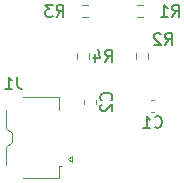
<source format=gbr>
G04 #@! TF.GenerationSoftware,KiCad,Pcbnew,8.0.3*
G04 #@! TF.CreationDate,2024-06-15T19:26:40-05:00*
G04 #@! TF.ProjectId,Encoder Board,456e636f-6465-4722-9042-6f6172642e6b,0*
G04 #@! TF.SameCoordinates,Original*
G04 #@! TF.FileFunction,Legend,Bot*
G04 #@! TF.FilePolarity,Positive*
%FSLAX46Y46*%
G04 Gerber Fmt 4.6, Leading zero omitted, Abs format (unit mm)*
G04 Created by KiCad (PCBNEW 8.0.3) date 2024-06-15 19:26:40*
%MOMM*%
%LPD*%
G01*
G04 APERTURE LIST*
%ADD10C,0.160000*%
%ADD11C,0.120000*%
G04 APERTURE END LIST*
D10*
X125333333Y-111454299D02*
X125333333Y-112168584D01*
X125333333Y-112168584D02*
X125380952Y-112311441D01*
X125380952Y-112311441D02*
X125476190Y-112406680D01*
X125476190Y-112406680D02*
X125619047Y-112454299D01*
X125619047Y-112454299D02*
X125714285Y-112454299D01*
X124333333Y-112454299D02*
X124904761Y-112454299D01*
X124619047Y-112454299D02*
X124619047Y-111454299D01*
X124619047Y-111454299D02*
X124714285Y-111597156D01*
X124714285Y-111597156D02*
X124809523Y-111692394D01*
X124809523Y-111692394D02*
X124904761Y-111740013D01*
X136966666Y-115689060D02*
X137014285Y-115736680D01*
X137014285Y-115736680D02*
X137157142Y-115784299D01*
X137157142Y-115784299D02*
X137252380Y-115784299D01*
X137252380Y-115784299D02*
X137395237Y-115736680D01*
X137395237Y-115736680D02*
X137490475Y-115641441D01*
X137490475Y-115641441D02*
X137538094Y-115546203D01*
X137538094Y-115546203D02*
X137585713Y-115355727D01*
X137585713Y-115355727D02*
X137585713Y-115212870D01*
X137585713Y-115212870D02*
X137538094Y-115022394D01*
X137538094Y-115022394D02*
X137490475Y-114927156D01*
X137490475Y-114927156D02*
X137395237Y-114831918D01*
X137395237Y-114831918D02*
X137252380Y-114784299D01*
X137252380Y-114784299D02*
X137157142Y-114784299D01*
X137157142Y-114784299D02*
X137014285Y-114831918D01*
X137014285Y-114831918D02*
X136966666Y-114879537D01*
X136014285Y-115784299D02*
X136585713Y-115784299D01*
X136299999Y-115784299D02*
X136299999Y-114784299D01*
X136299999Y-114784299D02*
X136395237Y-114927156D01*
X136395237Y-114927156D02*
X136490475Y-115022394D01*
X136490475Y-115022394D02*
X136585713Y-115070013D01*
X128666666Y-106354299D02*
X128999999Y-105878108D01*
X129238094Y-106354299D02*
X129238094Y-105354299D01*
X129238094Y-105354299D02*
X128857142Y-105354299D01*
X128857142Y-105354299D02*
X128761904Y-105401918D01*
X128761904Y-105401918D02*
X128714285Y-105449537D01*
X128714285Y-105449537D02*
X128666666Y-105544775D01*
X128666666Y-105544775D02*
X128666666Y-105687632D01*
X128666666Y-105687632D02*
X128714285Y-105782870D01*
X128714285Y-105782870D02*
X128761904Y-105830489D01*
X128761904Y-105830489D02*
X128857142Y-105878108D01*
X128857142Y-105878108D02*
X129238094Y-105878108D01*
X128333332Y-105354299D02*
X127714285Y-105354299D01*
X127714285Y-105354299D02*
X128047618Y-105735251D01*
X128047618Y-105735251D02*
X127904761Y-105735251D01*
X127904761Y-105735251D02*
X127809523Y-105782870D01*
X127809523Y-105782870D02*
X127761904Y-105830489D01*
X127761904Y-105830489D02*
X127714285Y-105925727D01*
X127714285Y-105925727D02*
X127714285Y-106163822D01*
X127714285Y-106163822D02*
X127761904Y-106259060D01*
X127761904Y-106259060D02*
X127809523Y-106306680D01*
X127809523Y-106306680D02*
X127904761Y-106354299D01*
X127904761Y-106354299D02*
X128190475Y-106354299D01*
X128190475Y-106354299D02*
X128285713Y-106306680D01*
X128285713Y-106306680D02*
X128333332Y-106259060D01*
X137866666Y-108754299D02*
X138199999Y-108278108D01*
X138438094Y-108754299D02*
X138438094Y-107754299D01*
X138438094Y-107754299D02*
X138057142Y-107754299D01*
X138057142Y-107754299D02*
X137961904Y-107801918D01*
X137961904Y-107801918D02*
X137914285Y-107849537D01*
X137914285Y-107849537D02*
X137866666Y-107944775D01*
X137866666Y-107944775D02*
X137866666Y-108087632D01*
X137866666Y-108087632D02*
X137914285Y-108182870D01*
X137914285Y-108182870D02*
X137961904Y-108230489D01*
X137961904Y-108230489D02*
X138057142Y-108278108D01*
X138057142Y-108278108D02*
X138438094Y-108278108D01*
X137485713Y-107849537D02*
X137438094Y-107801918D01*
X137438094Y-107801918D02*
X137342856Y-107754299D01*
X137342856Y-107754299D02*
X137104761Y-107754299D01*
X137104761Y-107754299D02*
X137009523Y-107801918D01*
X137009523Y-107801918D02*
X136961904Y-107849537D01*
X136961904Y-107849537D02*
X136914285Y-107944775D01*
X136914285Y-107944775D02*
X136914285Y-108040013D01*
X136914285Y-108040013D02*
X136961904Y-108182870D01*
X136961904Y-108182870D02*
X137533332Y-108754299D01*
X137533332Y-108754299D02*
X136914285Y-108754299D01*
X133289060Y-113433333D02*
X133336680Y-113385714D01*
X133336680Y-113385714D02*
X133384299Y-113242857D01*
X133384299Y-113242857D02*
X133384299Y-113147619D01*
X133384299Y-113147619D02*
X133336680Y-113004762D01*
X133336680Y-113004762D02*
X133241441Y-112909524D01*
X133241441Y-112909524D02*
X133146203Y-112861905D01*
X133146203Y-112861905D02*
X132955727Y-112814286D01*
X132955727Y-112814286D02*
X132812870Y-112814286D01*
X132812870Y-112814286D02*
X132622394Y-112861905D01*
X132622394Y-112861905D02*
X132527156Y-112909524D01*
X132527156Y-112909524D02*
X132431918Y-113004762D01*
X132431918Y-113004762D02*
X132384299Y-113147619D01*
X132384299Y-113147619D02*
X132384299Y-113242857D01*
X132384299Y-113242857D02*
X132431918Y-113385714D01*
X132431918Y-113385714D02*
X132479537Y-113433333D01*
X132479537Y-113814286D02*
X132431918Y-113861905D01*
X132431918Y-113861905D02*
X132384299Y-113957143D01*
X132384299Y-113957143D02*
X132384299Y-114195238D01*
X132384299Y-114195238D02*
X132431918Y-114290476D01*
X132431918Y-114290476D02*
X132479537Y-114338095D01*
X132479537Y-114338095D02*
X132574775Y-114385714D01*
X132574775Y-114385714D02*
X132670013Y-114385714D01*
X132670013Y-114385714D02*
X132812870Y-114338095D01*
X132812870Y-114338095D02*
X133384299Y-113766667D01*
X133384299Y-113766667D02*
X133384299Y-114385714D01*
X138466666Y-106354299D02*
X138799999Y-105878108D01*
X139038094Y-106354299D02*
X139038094Y-105354299D01*
X139038094Y-105354299D02*
X138657142Y-105354299D01*
X138657142Y-105354299D02*
X138561904Y-105401918D01*
X138561904Y-105401918D02*
X138514285Y-105449537D01*
X138514285Y-105449537D02*
X138466666Y-105544775D01*
X138466666Y-105544775D02*
X138466666Y-105687632D01*
X138466666Y-105687632D02*
X138514285Y-105782870D01*
X138514285Y-105782870D02*
X138561904Y-105830489D01*
X138561904Y-105830489D02*
X138657142Y-105878108D01*
X138657142Y-105878108D02*
X139038094Y-105878108D01*
X137514285Y-106354299D02*
X138085713Y-106354299D01*
X137799999Y-106354299D02*
X137799999Y-105354299D01*
X137799999Y-105354299D02*
X137895237Y-105497156D01*
X137895237Y-105497156D02*
X137990475Y-105592394D01*
X137990475Y-105592394D02*
X138085713Y-105640013D01*
X132766666Y-110154299D02*
X133099999Y-109678108D01*
X133338094Y-110154299D02*
X133338094Y-109154299D01*
X133338094Y-109154299D02*
X132957142Y-109154299D01*
X132957142Y-109154299D02*
X132861904Y-109201918D01*
X132861904Y-109201918D02*
X132814285Y-109249537D01*
X132814285Y-109249537D02*
X132766666Y-109344775D01*
X132766666Y-109344775D02*
X132766666Y-109487632D01*
X132766666Y-109487632D02*
X132814285Y-109582870D01*
X132814285Y-109582870D02*
X132861904Y-109630489D01*
X132861904Y-109630489D02*
X132957142Y-109678108D01*
X132957142Y-109678108D02*
X133338094Y-109678108D01*
X131909523Y-109487632D02*
X131909523Y-110154299D01*
X132147618Y-109106680D02*
X132385713Y-109820965D01*
X132385713Y-109820965D02*
X131766666Y-109820965D01*
D11*
G04 #@! TO.C,J1*
X124390000Y-114260000D02*
X124390000Y-115810000D01*
X124390000Y-115810000D02*
X124890000Y-116209999D01*
X124390000Y-117390000D02*
X124390000Y-118940000D01*
X124890000Y-116209999D02*
X124890000Y-116990001D01*
X124890000Y-116990001D02*
X124390000Y-117390000D01*
X128910000Y-113190000D02*
X125860001Y-113190000D01*
X128910000Y-114240000D02*
X128910000Y-113190000D01*
X128910000Y-118960000D02*
X128910000Y-120010000D01*
X128910000Y-120010000D02*
X125860001Y-120010000D01*
X129100001Y-118960000D02*
X128910000Y-118960000D01*
X129600000Y-118400000D02*
X129953553Y-118650000D01*
X129953553Y-118150000D02*
X129600000Y-118400000D01*
X129953553Y-118650000D02*
X129953553Y-118150000D01*
G04 #@! TO.C,C1*
X136946267Y-113390000D02*
X136653733Y-113390000D01*
X136946267Y-114410000D02*
X136653733Y-114410000D01*
G04 #@! TO.C,R3*
X130845276Y-105377500D02*
X131354724Y-105377500D01*
X130845276Y-106422500D02*
X131354724Y-106422500D01*
G04 #@! TO.C,R2*
X135377500Y-109445276D02*
X135377500Y-109954724D01*
X136422500Y-109445276D02*
X136422500Y-109954724D01*
G04 #@! TO.C,C2*
X130990000Y-113453733D02*
X130990000Y-113746267D01*
X132010000Y-113453733D02*
X132010000Y-113746267D01*
G04 #@! TO.C,R1*
X135954724Y-105377500D02*
X135445276Y-105377500D01*
X135954724Y-106422500D02*
X135445276Y-106422500D01*
G04 #@! TO.C,R4*
X130377500Y-109445276D02*
X130377500Y-109954724D01*
X131422500Y-109445276D02*
X131422500Y-109954724D01*
G04 #@! TD*
M02*

</source>
